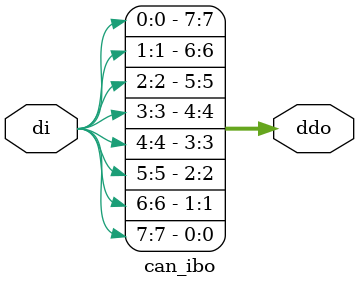
<source format=v>


module can_ibo
( 
  di,
  ddo
);

input wire   [7:0] di;
output wire [7:0] ddo;

assign ddo[0] = di[7];
assign ddo[1] = di[6];
assign ddo[2] = di[5];
assign ddo[3] = di[4];
assign ddo[4] = di[3];
assign ddo[5] = di[2];
assign ddo[6] = di[1];
assign ddo[7] = di[0];

endmodule

</source>
